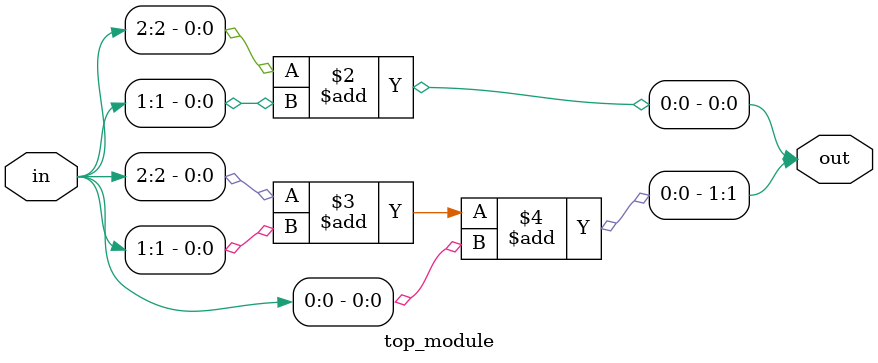
<source format=sv>
module top_module (
	input [2:0] in,
	output reg [1:0] out
);

	always @(in)
	begin
		out = {in[2] + in[1] + in[0], in[2] + in[1]};
	end

endmodule

</source>
